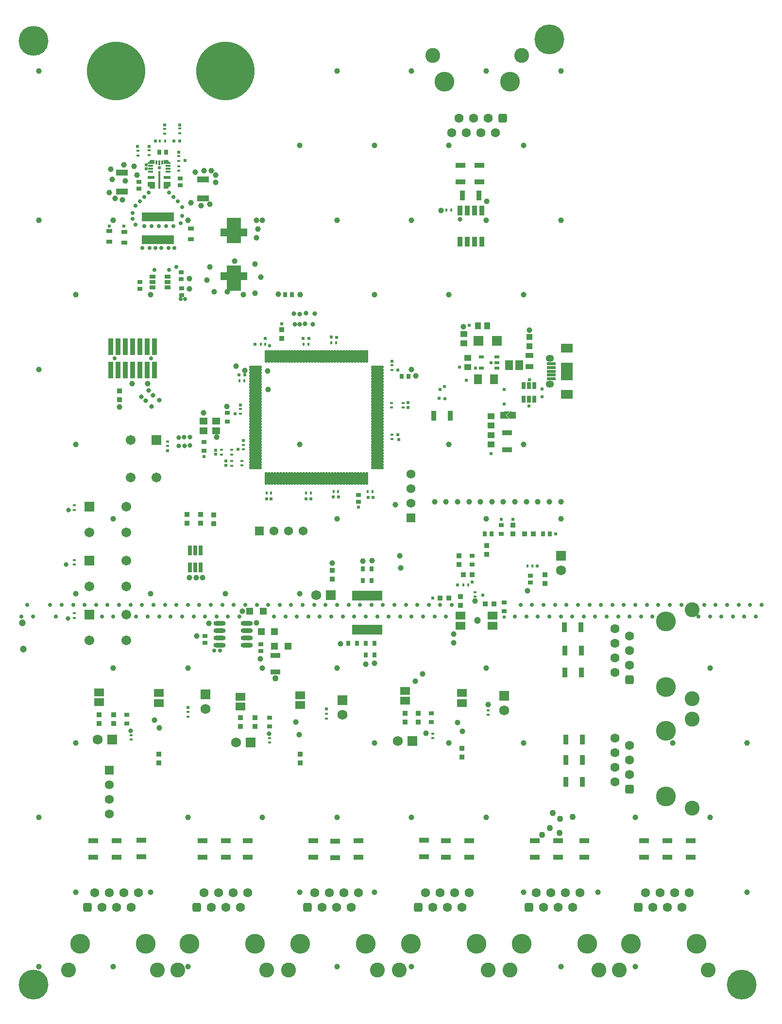
<source format=gts>
G04*
G04 #@! TF.GenerationSoftware,Altium Limited,Altium Designer,24.4.1 (13)*
G04*
G04 Layer_Color=8388736*
%FSLAX44Y44*%
%MOMM*%
G71*
G04*
G04 #@! TF.SameCoordinates,45E14481-76E1-4DB2-85C8-7C621F4D321E*
G04*
G04*
G04 #@! TF.FilePolarity,Negative*
G04*
G01*
G75*
%ADD27R,1.7000X0.9000*%
G04:AMPARAMS|DCode=28|XSize=1.1mm|YSize=0.6mm|CornerRadius=0.051mm|HoleSize=0mm|Usage=FLASHONLY|Rotation=180.000|XOffset=0mm|YOffset=0mm|HoleType=Round|Shape=RoundedRectangle|*
%AMROUNDEDRECTD28*
21,1,1.1000,0.4980,0,0,180.0*
21,1,0.9980,0.6000,0,0,180.0*
1,1,0.1020,-0.4990,0.2490*
1,1,0.1020,0.4990,0.2490*
1,1,0.1020,0.4990,-0.2490*
1,1,0.1020,-0.4990,-0.2490*
%
%ADD28ROUNDEDRECTD28*%
%ADD30R,0.5000X0.4000*%
%ADD31R,0.9121X0.9096*%
%ADD32R,1.1500X1.1500*%
%ADD39R,1.4500X0.9500*%
%ADD46R,0.4000X0.5000*%
%ADD47R,1.0500X0.8000*%
%ADD48R,2.0500X1.1000*%
%ADD49R,0.9000X0.7500*%
%ADD50R,0.9096X0.9121*%
%ADD52R,0.9000X1.7000*%
%ADD53R,0.9000X0.8000*%
%ADD54R,0.7500X0.9000*%
%ADD56R,0.8000X0.9000*%
%ADD58R,1.4000X1.2000*%
%ADD62C,2.4658*%
%ADD63R,0.4000X0.6000*%
%ADD64R,0.6000X0.4000*%
%ADD70R,0.6000X0.6000*%
%ADD71R,1.7032X1.7032*%
%ADD72R,0.7032X1.8032*%
%ADD73O,2.1032X0.8032*%
%ADD74R,1.2032X1.1032*%
%ADD75R,0.9652X0.6096*%
%ADD76R,1.4732X1.7272*%
%ADD77R,1.1032X1.2032*%
%ADD78R,1.0032X1.0032*%
%ADD79R,1.3532X1.6532*%
%ADD80R,0.8032X1.3032*%
%ADD81R,1.5532X0.6032*%
%ADD82R,2.1032X3.1032*%
%ADD83R,1.0160X1.2192*%
%ADD84O,0.5032X2.3032*%
%ADD85O,2.3032X0.5032*%
%ADD86R,1.6532X1.3532*%
%ADD87R,0.6532X1.6782*%
%ADD88R,0.8532X1.7282*%
%ADD89R,0.3516X0.3516*%
%ADD90R,0.9266X0.3516*%
%ADD91R,0.3516X0.9266*%
%ADD92R,0.9432X2.9932*%
%ADD93R,5.7032X1.6332*%
%ADD94R,1.1766X0.5016*%
%ADD95R,0.3516X0.7766*%
%ADD96R,0.4516X3.0766*%
%ADD97R,1.7532X1.7532*%
%ADD98C,1.7532*%
%ADD99R,1.7532X1.7532*%
%ADD100C,1.5700*%
%ADD101R,1.5700X1.5700*%
%ADD102R,2.1032X1.6032*%
%ADD103O,1.4532X1.2532*%
%ADD104C,2.6032*%
%ADD105C,3.4532*%
%ADD106C,1.6032*%
G04:AMPARAMS|DCode=107|XSize=1.6032mm|YSize=1.6032mm|CornerRadius=0.4516mm|HoleSize=0mm|Usage=FLASHONLY|Rotation=90.000|XOffset=0mm|YOffset=0mm|HoleType=Round|Shape=RoundedRectangle|*
%AMROUNDEDRECTD107*
21,1,1.6032,0.7000,0,0,90.0*
21,1,0.7000,1.6032,0,0,90.0*
1,1,0.9032,0.3500,0.3500*
1,1,0.9032,0.3500,-0.3500*
1,1,0.9032,-0.3500,-0.3500*
1,1,0.9032,-0.3500,0.3500*
%
%ADD107ROUNDEDRECTD107*%
G04:AMPARAMS|DCode=108|XSize=1.6032mm|YSize=1.6032mm|CornerRadius=0.4516mm|HoleSize=0mm|Usage=FLASHONLY|Rotation=0.000|XOffset=0mm|YOffset=0mm|HoleType=Round|Shape=RoundedRectangle|*
%AMROUNDEDRECTD108*
21,1,1.6032,0.7000,0,0,0.0*
21,1,0.7000,1.6032,0,0,0.0*
1,1,0.9032,0.3500,-0.3500*
1,1,0.9032,-0.3500,-0.3500*
1,1,0.9032,-0.3500,0.3500*
1,1,0.9032,0.3500,0.3500*
%
%ADD108ROUNDEDRECTD108*%
%ADD109R,1.5700X1.5700*%
%ADD110C,1.7032*%
%ADD111C,10.2064*%
%ADD112R,1.7032X1.7032*%
%ADD113C,0.7132*%
%ADD114C,0.7032*%
%ADD115C,1.0032*%
%ADD116C,0.6032*%
%ADD117C,1.2032*%
%ADD118C,1.1032*%
%ADD119C,0.8032*%
%ADD120C,5.2032*%
G36*
X277779Y1478968D02*
X277874Y1478939D01*
X277962Y1478892D01*
X278039Y1478829D01*
X278539Y1478329D01*
X278602Y1478252D01*
X278649Y1478164D01*
X278678Y1478069D01*
X278688Y1477970D01*
Y1475680D01*
X278890Y1475478D01*
X281180D01*
X281279Y1475468D01*
X281374Y1475439D01*
X281462Y1475392D01*
X281539Y1475329D01*
X282039Y1474829D01*
X282102Y1474752D01*
X282149Y1474664D01*
X282178Y1474569D01*
X282188Y1474470D01*
Y1473470D01*
X282178Y1473371D01*
X282149Y1473276D01*
X282102Y1473188D01*
X282039Y1473111D01*
X281539Y1472611D01*
X281462Y1472548D01*
X281374Y1472501D01*
X281279Y1472472D01*
X281180Y1472462D01*
X271180D01*
X271081Y1472472D01*
X270986Y1472501D01*
X270898Y1472548D01*
X270821Y1472611D01*
X270321Y1473111D01*
X270258Y1473188D01*
X270211Y1473276D01*
X270182Y1473371D01*
X270172Y1473470D01*
Y1477970D01*
X270182Y1478069D01*
X270211Y1478164D01*
X270258Y1478252D01*
X270321Y1478329D01*
X270821Y1478829D01*
X270898Y1478892D01*
X270986Y1478939D01*
X271081Y1478968D01*
X271180Y1478978D01*
X277680D01*
X277779Y1478968D01*
D02*
G37*
G36*
X253279D02*
X253374Y1478939D01*
X253462Y1478892D01*
X253539Y1478829D01*
X254039Y1478329D01*
X254102Y1478252D01*
X254149Y1478164D01*
X254178Y1478069D01*
X254188Y1477970D01*
Y1473470D01*
X254178Y1473371D01*
X254149Y1473276D01*
X254102Y1473188D01*
X254039Y1473111D01*
X253539Y1472611D01*
X253462Y1472548D01*
X253374Y1472501D01*
X253279Y1472472D01*
X253180Y1472462D01*
X243180D01*
X243081Y1472472D01*
X242986Y1472501D01*
X242898Y1472548D01*
X242821Y1472611D01*
X242321Y1473111D01*
X242258Y1473188D01*
X242211Y1473276D01*
X242182Y1473371D01*
X242172Y1473470D01*
Y1474470D01*
X242182Y1474569D01*
X242211Y1474664D01*
X242258Y1474752D01*
X242321Y1474829D01*
X242821Y1475329D01*
X242898Y1475392D01*
X242986Y1475439D01*
X243081Y1475468D01*
X243180Y1475478D01*
X245470D01*
X245672Y1475680D01*
Y1477970D01*
X245682Y1478069D01*
X245711Y1478164D01*
X245758Y1478252D01*
X245821Y1478329D01*
X246321Y1478829D01*
X246398Y1478892D01*
X246486Y1478939D01*
X246581Y1478968D01*
X246680Y1478978D01*
X253180D01*
X253279Y1478968D01*
D02*
G37*
G36*
X281279Y1440968D02*
X281374Y1440939D01*
X281462Y1440892D01*
X281539Y1440829D01*
X282039Y1440329D01*
X282102Y1440252D01*
X282149Y1440164D01*
X282178Y1440069D01*
X282188Y1439970D01*
Y1433470D01*
X282178Y1433371D01*
X282149Y1433276D01*
X282102Y1433188D01*
X282039Y1433111D01*
X281539Y1432611D01*
X281462Y1432548D01*
X281374Y1432501D01*
X281279Y1432472D01*
X281180Y1432462D01*
X278890D01*
X278688Y1432260D01*
Y1429970D01*
X278678Y1429871D01*
X278649Y1429776D01*
X278602Y1429688D01*
X278539Y1429611D01*
X278039Y1429111D01*
X277962Y1429048D01*
X277874Y1429001D01*
X277779Y1428972D01*
X277680Y1428962D01*
X270680D01*
X270581Y1428972D01*
X270486Y1429001D01*
X270398Y1429048D01*
X270321Y1429111D01*
X269821Y1429611D01*
X269758Y1429688D01*
X269711Y1429776D01*
X269682Y1429871D01*
X269672Y1429970D01*
Y1439970D01*
X269682Y1440069D01*
X269711Y1440164D01*
X269758Y1440252D01*
X269821Y1440329D01*
X270321Y1440829D01*
X270398Y1440892D01*
X270486Y1440939D01*
X270581Y1440968D01*
X270680Y1440978D01*
X281180D01*
X281279Y1440968D01*
D02*
G37*
G36*
X253779D02*
X253874Y1440939D01*
X253962Y1440892D01*
X254039Y1440829D01*
X254539Y1440329D01*
X254602Y1440252D01*
X254649Y1440164D01*
X254678Y1440069D01*
X254688Y1439970D01*
Y1429970D01*
X254678Y1429871D01*
X254649Y1429776D01*
X254602Y1429688D01*
X254539Y1429611D01*
X254039Y1429111D01*
X253962Y1429048D01*
X253874Y1429001D01*
X253779Y1428972D01*
X253680Y1428962D01*
X246680D01*
X246581Y1428972D01*
X246486Y1429001D01*
X246398Y1429048D01*
X246321Y1429111D01*
X245821Y1429611D01*
X245758Y1429688D01*
X245711Y1429776D01*
X245682Y1429871D01*
X245672Y1429970D01*
Y1432260D01*
X245470Y1432462D01*
X243180D01*
X243081Y1432472D01*
X242986Y1432501D01*
X242898Y1432548D01*
X242821Y1432611D01*
X242321Y1433111D01*
X242258Y1433188D01*
X242211Y1433276D01*
X242182Y1433371D01*
X242172Y1433470D01*
Y1439970D01*
X242182Y1440069D01*
X242211Y1440164D01*
X242258Y1440252D01*
X242321Y1440329D01*
X242821Y1440829D01*
X242898Y1440892D01*
X242986Y1440939D01*
X243081Y1440968D01*
X243180Y1440978D01*
X253680D01*
X253779Y1440968D01*
D02*
G37*
G36*
X404676Y1359458D02*
X415676D01*
Y1346458D01*
X404676D01*
Y1334458D01*
X379676D01*
Y1346458D01*
X368676D01*
Y1359458D01*
X379676D01*
Y1378458D01*
X404676D01*
Y1359458D01*
D02*
G37*
G36*
Y1283458D02*
X415676D01*
Y1270458D01*
X404676D01*
Y1251458D01*
X379676D01*
Y1270458D01*
X368676D01*
Y1283458D01*
X379676D01*
Y1295458D01*
X404676D01*
Y1283458D01*
D02*
G37*
G36*
X876300Y1029044D02*
X873760D01*
X867664Y1035140D01*
X873760Y1041236D01*
X876300D01*
Y1029044D01*
D02*
G37*
G36*
X867156Y1035140D02*
X873252Y1029044D01*
X863600D01*
Y1035140D01*
Y1041236D01*
X873252D01*
X867156Y1035140D01*
D02*
G37*
D27*
X464820Y616480D02*
D03*
Y587480D02*
D03*
X916940Y264900D02*
D03*
Y293900D02*
D03*
X957580Y264900D02*
D03*
Y293900D02*
D03*
X530860Y264900D02*
D03*
Y293900D02*
D03*
X868680Y974920D02*
D03*
Y1003920D02*
D03*
X1148080Y293900D02*
D03*
X762000D02*
D03*
X568960Y293160D02*
D03*
X378460Y293900D02*
D03*
X187960D02*
D03*
X1188720D02*
D03*
X1003300D02*
D03*
X802640D02*
D03*
X609600D02*
D03*
X416560D02*
D03*
X231140Y294640D02*
D03*
X1107440Y293900D02*
D03*
X723900Y294640D02*
D03*
X337820Y293900D02*
D03*
X147320D02*
D03*
X820420Y1440920D02*
D03*
Y1469920D02*
D03*
X787400D02*
D03*
Y1440920D02*
D03*
X1107440Y264900D02*
D03*
X1148080D02*
D03*
X1188720D02*
D03*
X1003300D02*
D03*
X723900Y265640D02*
D03*
X762000Y264900D02*
D03*
X802640D02*
D03*
X568960Y264160D02*
D03*
X609600Y264900D02*
D03*
X337820D02*
D03*
X378460D02*
D03*
X416560D02*
D03*
X147320D02*
D03*
X187960D02*
D03*
X231140Y265640D02*
D03*
D28*
X250398Y1257452D02*
D03*
Y1266952D02*
D03*
Y1276452D02*
D03*
X276398D02*
D03*
Y1266952D02*
D03*
Y1257452D02*
D03*
D30*
X812800Y726820D02*
D03*
Y718820D02*
D03*
X668020Y1113600D02*
D03*
Y1121600D02*
D03*
X406400Y947420D02*
D03*
Y955420D02*
D03*
X388620Y947040D02*
D03*
Y955040D02*
D03*
X312420Y518160D02*
D03*
X213360Y477900D02*
D03*
X739140Y480440D02*
D03*
X835660Y521080D02*
D03*
X454660Y472820D02*
D03*
X553720Y514540D02*
D03*
X835660Y513080D02*
D03*
X454660Y464820D02*
D03*
X739140Y472440D02*
D03*
X553720Y506540D02*
D03*
X312420Y510160D02*
D03*
X213360Y469900D02*
D03*
X114300Y877760D02*
D03*
Y869760D02*
D03*
Y782700D02*
D03*
Y774700D02*
D03*
Y689800D02*
D03*
Y681800D02*
D03*
X276609Y989267D02*
D03*
Y981267D02*
D03*
X408940Y975360D02*
D03*
Y983360D02*
D03*
X403860Y1037400D02*
D03*
Y1045400D02*
D03*
X687100Y1056280D02*
D03*
Y1048280D02*
D03*
X667100Y1056280D02*
D03*
Y1048280D02*
D03*
X388620Y966280D02*
D03*
Y974280D02*
D03*
X370840Y966280D02*
D03*
Y974280D02*
D03*
X668020Y1001140D02*
D03*
Y993140D02*
D03*
X295910Y1485772D02*
D03*
X298196Y1534032D02*
D03*
X295910Y1477772D02*
D03*
X298196Y1526032D02*
D03*
X296418Y1460500D02*
D03*
Y1468500D02*
D03*
D31*
X261620Y429367D02*
D03*
Y444393D02*
D03*
X563880Y764433D02*
D03*
Y749408D02*
D03*
X787400Y718712D02*
D03*
Y703688D02*
D03*
X784860Y789833D02*
D03*
Y774808D02*
D03*
X934720Y756813D02*
D03*
Y741787D02*
D03*
X833040Y807720D02*
D03*
Y792695D02*
D03*
X878760Y828148D02*
D03*
Y843173D02*
D03*
X789940Y439528D02*
D03*
Y454552D02*
D03*
X713740Y515513D02*
D03*
Y500488D02*
D03*
X690880Y515513D02*
D03*
Y500488D02*
D03*
X508000Y429367D02*
D03*
Y444393D02*
D03*
X429260Y507892D02*
D03*
Y492868D02*
D03*
X403860Y507785D02*
D03*
Y492760D02*
D03*
X157480Y497948D02*
D03*
Y512972D02*
D03*
X182880Y497840D02*
D03*
Y512865D02*
D03*
X475780Y1183475D02*
D03*
Y1168450D02*
D03*
X310388Y846944D02*
D03*
Y861969D02*
D03*
X334518Y846836D02*
D03*
Y861861D02*
D03*
X357632Y846181D02*
D03*
Y861207D02*
D03*
X193040Y1076745D02*
D03*
Y1061720D02*
D03*
D32*
X443550Y693420D02*
D03*
X420050D02*
D03*
X486730Y632460D02*
D03*
X463230D02*
D03*
X463362Y658114D02*
D03*
X439862D02*
D03*
D39*
X907436Y1119602D02*
D03*
Y1139102D02*
D03*
D46*
X570420Y1160780D02*
D03*
X562420D02*
D03*
X522160Y1158240D02*
D03*
X514160D02*
D03*
X771080Y1391920D02*
D03*
X763080D02*
D03*
X792480Y739140D02*
D03*
X800480D02*
D03*
X912240Y772160D02*
D03*
X904240D02*
D03*
X574040Y901700D02*
D03*
X566040D02*
D03*
X410400Y1094740D02*
D03*
X402400D02*
D03*
X447040Y1158240D02*
D03*
X439040D02*
D03*
X457200Y899160D02*
D03*
X449200D02*
D03*
X526160D02*
D03*
X518160D02*
D03*
X625920Y901700D02*
D03*
X633920D02*
D03*
D47*
X175260Y1336950D02*
D03*
Y1355450D02*
D03*
X201676Y1335680D02*
D03*
Y1354180D02*
D03*
X317500Y1359620D02*
D03*
Y1341120D02*
D03*
D48*
X338328Y1445758D02*
D03*
Y1412758D02*
D03*
X197104Y1424432D02*
D03*
Y1457432D02*
D03*
D49*
X439420Y623824D02*
D03*
Y635824D02*
D03*
X341884Y638556D02*
D03*
Y650556D02*
D03*
X909320Y755300D02*
D03*
Y743300D02*
D03*
X301498Y1243584D02*
D03*
X609600Y895920D02*
D03*
Y883920D02*
D03*
X228346Y1266506D02*
D03*
Y1254506D02*
D03*
X301498Y1255584D02*
D03*
X300228Y1283620D02*
D03*
Y1271620D02*
D03*
X298450Y1435292D02*
D03*
X227076Y1429512D02*
D03*
Y1441512D02*
D03*
X298450Y1447292D02*
D03*
D50*
X914212Y828040D02*
D03*
X899187D02*
D03*
X767080Y716280D02*
D03*
X752055D02*
D03*
X830687Y706120D02*
D03*
X845713D02*
D03*
X807720Y756920D02*
D03*
X792695D02*
D03*
D52*
X998220Y625142D02*
D03*
X969220D02*
D03*
X1000020Y469900D02*
D03*
X971020D02*
D03*
X1000020Y434340D02*
D03*
X971020D02*
D03*
X1000020Y396240D02*
D03*
X971020D02*
D03*
X998220Y586740D02*
D03*
X969220D02*
D03*
X997480Y665480D02*
D03*
X968480D02*
D03*
X740620Y1033780D02*
D03*
X769620D02*
D03*
X819680Y1417320D02*
D03*
X790680D02*
D03*
D53*
X863600Y693540D02*
D03*
Y708540D02*
D03*
X807720Y789940D02*
D03*
Y774940D02*
D03*
X858440Y828160D02*
D03*
Y843160D02*
D03*
X454660Y492760D02*
D03*
Y507760D02*
D03*
X736600Y515380D02*
D03*
Y500380D02*
D03*
X205740Y512960D02*
D03*
Y497960D02*
D03*
X381000Y1023620D02*
D03*
Y1038620D02*
D03*
X340360Y987940D02*
D03*
Y972940D02*
D03*
D54*
X829580Y828040D02*
D03*
X841580D02*
D03*
X943180D02*
D03*
X931180D02*
D03*
X684880Y1102360D02*
D03*
X696880D02*
D03*
X262089Y1492465D02*
D03*
X493680Y1244600D02*
D03*
X481680D02*
D03*
X274089Y1492465D02*
D03*
D56*
X607060Y637540D02*
D03*
X592060D02*
D03*
X637420D02*
D03*
Y617220D02*
D03*
X622420Y637540D02*
D03*
Y617220D02*
D03*
X632460Y767080D02*
D03*
X617460D02*
D03*
X632340Y746760D02*
D03*
X617340D02*
D03*
D58*
X339520Y1007500D02*
D03*
X361520D02*
D03*
Y1024500D02*
D03*
X339520D02*
D03*
D62*
X392051Y1352333D02*
D03*
Y1277583D02*
D03*
D63*
X263542Y1512316D02*
D03*
X272542D02*
D03*
D64*
X244856Y1496314D02*
D03*
X271780Y1533834D02*
D03*
X224790Y1495734D02*
D03*
Y1486734D02*
D03*
X244856Y1487314D02*
D03*
X271780Y1524834D02*
D03*
D70*
X298028Y1512316D02*
D03*
X287528D02*
D03*
D71*
X850900Y1164680D02*
D03*
X818900D02*
D03*
X140220Y875940D02*
D03*
Y781960D02*
D03*
Y687980D02*
D03*
D72*
X325120Y770110D02*
D03*
X316120Y799610D02*
D03*
X325120D02*
D03*
X334120D02*
D03*
Y770110D02*
D03*
X316120D02*
D03*
D73*
X367406Y646938D02*
D03*
X414406Y659638D02*
D03*
Y634238D02*
D03*
X367406Y672338D02*
D03*
Y634238D02*
D03*
Y659638D02*
D03*
X414406Y646938D02*
D03*
Y672338D02*
D03*
D74*
X793136Y1160242D02*
D03*
Y1176242D02*
D03*
X800100Y1118580D02*
D03*
Y1134580D02*
D03*
X840740Y1033360D02*
D03*
Y1017360D02*
D03*
Y999960D02*
D03*
Y983960D02*
D03*
D75*
X850900Y1117080D02*
D03*
Y1136080D02*
D03*
Y1126580D02*
D03*
X823900Y1136080D02*
D03*
Y1117080D02*
D03*
D76*
X817880Y1097280D02*
D03*
X845820D02*
D03*
D77*
X818156Y1190722D02*
D03*
X834156D02*
D03*
D78*
X907436Y1171162D02*
D03*
Y1155162D02*
D03*
D79*
X889656Y1122142D02*
D03*
X872156D02*
D03*
D80*
X897280Y1062420D02*
D03*
X906780D02*
D03*
X916280D02*
D03*
Y1086420D02*
D03*
X906780D02*
D03*
X897280D02*
D03*
D81*
X946070Y1111340D02*
D03*
Y1117840D02*
D03*
Y1098340D02*
D03*
Y1104840D02*
D03*
Y1124340D02*
D03*
D82*
X972820Y1111340D02*
D03*
D83*
X878840Y1035140D02*
D03*
X861695D02*
D03*
D84*
X448948Y1136986D02*
D03*
X453948D02*
D03*
X458948D02*
D03*
X463948D02*
D03*
X468948D02*
D03*
X473948D02*
D03*
X478948D02*
D03*
X483948D02*
D03*
X488948D02*
D03*
X493948D02*
D03*
X498948D02*
D03*
X503948D02*
D03*
X508948D02*
D03*
X513948D02*
D03*
X518948D02*
D03*
X523948D02*
D03*
X528948D02*
D03*
X533948D02*
D03*
X538948D02*
D03*
X543948D02*
D03*
X548948D02*
D03*
X553948D02*
D03*
X558948D02*
D03*
X563948D02*
D03*
X568948D02*
D03*
X573948D02*
D03*
X578948D02*
D03*
X583948D02*
D03*
X588948D02*
D03*
X593948D02*
D03*
X598948D02*
D03*
X603948D02*
D03*
X608948D02*
D03*
X613948D02*
D03*
X618948D02*
D03*
X623948D02*
D03*
Y924986D02*
D03*
X618948D02*
D03*
X613948D02*
D03*
X608948D02*
D03*
X603948D02*
D03*
X598948D02*
D03*
X593948D02*
D03*
X588948D02*
D03*
X583948D02*
D03*
X578948D02*
D03*
X573948D02*
D03*
X568948D02*
D03*
X563948D02*
D03*
X558948D02*
D03*
X553948D02*
D03*
X548948D02*
D03*
X543948D02*
D03*
X538948D02*
D03*
X533948D02*
D03*
X528948D02*
D03*
X523948D02*
D03*
X518948D02*
D03*
X513948D02*
D03*
X508948D02*
D03*
X503948D02*
D03*
X498948D02*
D03*
X493948D02*
D03*
X488948D02*
D03*
X483948D02*
D03*
X478948D02*
D03*
X473948D02*
D03*
X468948D02*
D03*
X463948D02*
D03*
X458948D02*
D03*
X453948D02*
D03*
X448948D02*
D03*
D85*
X642448Y1118486D02*
D03*
Y1113486D02*
D03*
Y1108486D02*
D03*
Y1103486D02*
D03*
Y1098486D02*
D03*
Y1093486D02*
D03*
Y1088486D02*
D03*
Y1083486D02*
D03*
Y1078486D02*
D03*
Y1073486D02*
D03*
Y1068486D02*
D03*
Y1063486D02*
D03*
Y1058486D02*
D03*
Y1053486D02*
D03*
Y1048486D02*
D03*
Y1043486D02*
D03*
Y1038486D02*
D03*
Y1033486D02*
D03*
Y1028486D02*
D03*
Y1023486D02*
D03*
Y1018486D02*
D03*
Y1013486D02*
D03*
Y1008486D02*
D03*
Y1003486D02*
D03*
Y998486D02*
D03*
Y993486D02*
D03*
Y988486D02*
D03*
Y983486D02*
D03*
Y978486D02*
D03*
Y973486D02*
D03*
Y968486D02*
D03*
Y963486D02*
D03*
Y958486D02*
D03*
Y953486D02*
D03*
Y948486D02*
D03*
Y943486D02*
D03*
X430448D02*
D03*
Y948486D02*
D03*
Y953486D02*
D03*
Y958486D02*
D03*
Y963486D02*
D03*
Y968486D02*
D03*
Y973486D02*
D03*
Y978486D02*
D03*
Y983486D02*
D03*
Y988486D02*
D03*
Y993486D02*
D03*
Y998486D02*
D03*
Y1003486D02*
D03*
Y1008486D02*
D03*
Y1013486D02*
D03*
Y1018486D02*
D03*
Y1023486D02*
D03*
Y1028486D02*
D03*
Y1033486D02*
D03*
Y1038486D02*
D03*
Y1043486D02*
D03*
Y1048486D02*
D03*
Y1053486D02*
D03*
Y1058486D02*
D03*
Y1063486D02*
D03*
Y1068486D02*
D03*
Y1073486D02*
D03*
Y1078486D02*
D03*
Y1083486D02*
D03*
Y1088486D02*
D03*
Y1093486D02*
D03*
Y1098486D02*
D03*
Y1103486D02*
D03*
Y1108486D02*
D03*
Y1113486D02*
D03*
Y1118486D02*
D03*
D86*
X843280Y668020D02*
D03*
Y685520D02*
D03*
X787400Y668300D02*
D03*
Y685800D02*
D03*
X690880Y554850D02*
D03*
X403860Y544690D02*
D03*
X157480Y552310D02*
D03*
X789940Y551180D02*
D03*
Y533680D02*
D03*
X690880Y537350D02*
D03*
X403860Y527190D02*
D03*
X508000Y547230D02*
D03*
Y529730D02*
D03*
X261620Y533680D02*
D03*
Y551180D02*
D03*
X157480Y534810D02*
D03*
D87*
X615090Y661500D02*
D03*
X634590D02*
D03*
X628090D02*
D03*
X621590D02*
D03*
X647590D02*
D03*
X608590D02*
D03*
X602090Y720260D02*
D03*
X608590D02*
D03*
X615090D02*
D03*
X621590D02*
D03*
X628090D02*
D03*
X634590D02*
D03*
X641090D02*
D03*
X647590D02*
D03*
X641090Y661500D02*
D03*
X602090D02*
D03*
D88*
X786130Y1336860D02*
D03*
X798830D02*
D03*
X811530D02*
D03*
X824230D02*
D03*
Y1391100D02*
D03*
X811530D02*
D03*
X798830D02*
D03*
X786130D02*
D03*
D89*
X248430Y1434970D02*
D03*
X275930D02*
D03*
X276180Y1475720D02*
D03*
X248180D02*
D03*
D90*
X246800Y1464220D02*
D03*
Y1469220D02*
D03*
X277560D02*
D03*
Y1459220D02*
D03*
Y1464220D02*
D03*
X246800Y1459220D02*
D03*
D91*
X262180Y1474350D02*
D03*
D92*
X203344Y1113729D02*
D03*
X216044D02*
D03*
X241444D02*
D03*
X177944D02*
D03*
Y1154429D02*
D03*
X190644Y1113729D02*
D03*
Y1154429D02*
D03*
X203344D02*
D03*
X216044D02*
D03*
X228744Y1113729D02*
D03*
Y1154429D02*
D03*
X241444D02*
D03*
X254144Y1113729D02*
D03*
Y1154429D02*
D03*
D93*
X259588Y1340104D02*
D03*
Y1380504D02*
D03*
D94*
X276310Y1448470D02*
D03*
X248050D02*
D03*
D95*
X267180Y1475100D02*
D03*
X257180D02*
D03*
D96*
X262180Y1444340D02*
D03*
D97*
X962660Y789940D02*
D03*
X863600Y546100D02*
D03*
X581660Y538480D02*
D03*
X342900Y548640D02*
D03*
D98*
X962660Y764540D02*
D03*
X535940Y721360D02*
D03*
X154940Y469900D02*
D03*
X678180Y467360D02*
D03*
X396240Y464820D02*
D03*
X863600Y520700D02*
D03*
X581660Y513080D02*
D03*
X342900Y523240D02*
D03*
D99*
X561340Y721360D02*
D03*
X421640Y464820D02*
D03*
X703580Y467360D02*
D03*
X180340Y469900D02*
D03*
D100*
X701040Y932180D02*
D03*
Y906780D02*
D03*
Y881380D02*
D03*
X175260Y340360D02*
D03*
Y365760D02*
D03*
Y391160D02*
D03*
X462280Y833120D02*
D03*
X487680D02*
D03*
X513080D02*
D03*
D101*
X701040Y855980D02*
D03*
X175260Y416560D02*
D03*
D102*
X972820Y1151340D02*
D03*
Y1071340D02*
D03*
D103*
X942820Y1089090D02*
D03*
Y1133590D02*
D03*
D104*
X1191240Y350490D02*
D03*
Y505490D02*
D03*
X1191260Y540960D02*
D03*
Y695960D02*
D03*
X104140Y68580D02*
D03*
X259140D02*
D03*
X1219260D02*
D03*
X1064260D02*
D03*
X1028760D02*
D03*
X873760D02*
D03*
X835690Y68600D02*
D03*
X680690D02*
D03*
X642680Y68580D02*
D03*
X487680D02*
D03*
X449610Y68600D02*
D03*
X294610D02*
D03*
X894110Y1661140D02*
D03*
X739110D02*
D03*
D105*
X1145540Y370840D02*
D03*
Y485140D02*
D03*
X1145560Y561310D02*
D03*
Y675610D02*
D03*
X124490Y114280D02*
D03*
X238790D02*
D03*
X873760Y1615440D02*
D03*
X759460D02*
D03*
X1198910Y114280D02*
D03*
X1084610D02*
D03*
X1008410D02*
D03*
X894110D02*
D03*
X815340Y114300D02*
D03*
X701040D02*
D03*
X622330Y114280D02*
D03*
X508030D02*
D03*
X429260Y114300D02*
D03*
X314960D02*
D03*
D106*
X1082040Y434340D02*
D03*
X1056640Y396240D02*
D03*
Y472440D02*
D03*
Y421640D02*
D03*
Y447040D02*
D03*
X1082040Y408940D02*
D03*
Y459740D02*
D03*
X1082060Y624810D02*
D03*
X1056660Y586710D02*
D03*
Y662910D02*
D03*
Y612110D02*
D03*
Y637510D02*
D03*
X1082060Y599410D02*
D03*
Y650210D02*
D03*
X187990Y177780D02*
D03*
X149890Y203180D02*
D03*
X226090D02*
D03*
X175290D02*
D03*
X200690D02*
D03*
X162590Y177780D02*
D03*
X213390D02*
D03*
X1173510D02*
D03*
X1122710D02*
D03*
X1160810Y203180D02*
D03*
X1135410D02*
D03*
X983010Y177780D02*
D03*
X932210D02*
D03*
X970310Y203180D02*
D03*
X944910D02*
D03*
X789940Y177800D02*
D03*
X739140D02*
D03*
X777240Y203200D02*
D03*
X751840D02*
D03*
X596930Y177780D02*
D03*
X546130D02*
D03*
X584230Y203180D02*
D03*
X558830D02*
D03*
X403860Y177800D02*
D03*
X353060D02*
D03*
X391160Y203200D02*
D03*
X365760D02*
D03*
X810260Y1551940D02*
D03*
X822960Y1526540D02*
D03*
X797560D02*
D03*
X835660Y1551940D02*
D03*
X784860D02*
D03*
X848360Y1526540D02*
D03*
X772160D02*
D03*
X1186210Y203180D02*
D03*
X1110010D02*
D03*
X1148110Y177780D02*
D03*
X995710Y203180D02*
D03*
X919510D02*
D03*
X957610Y177780D02*
D03*
X802640Y203200D02*
D03*
X726440D02*
D03*
X764540Y177800D02*
D03*
X609630Y203180D02*
D03*
X533430D02*
D03*
X571530Y177780D02*
D03*
X416560Y203200D02*
D03*
X340360D02*
D03*
X378460Y177800D02*
D03*
D107*
X1082040Y383540D02*
D03*
X1082060Y574010D02*
D03*
D108*
X137190Y177780D02*
D03*
X1097310D02*
D03*
X906810D02*
D03*
X713740Y177800D02*
D03*
X520730Y177780D02*
D03*
X327660Y177800D02*
D03*
X861060Y1551940D02*
D03*
D109*
X436880Y833120D02*
D03*
D110*
X140220Y830940D02*
D03*
X205220D02*
D03*
Y875940D02*
D03*
X140220Y736960D02*
D03*
X205220D02*
D03*
Y781960D02*
D03*
X140220Y642980D02*
D03*
X205220D02*
D03*
Y687980D02*
D03*
X212120Y926680D02*
D03*
X257120D02*
D03*
X212120Y991680D02*
D03*
D111*
X377430Y1634340D02*
D03*
X186930D02*
D03*
D112*
X257120Y991680D02*
D03*
D113*
X184294Y1134079D02*
D03*
X247794D02*
D03*
D114*
X254000Y1287780D02*
D03*
X292100Y1292860D02*
D03*
X368300Y624840D02*
D03*
X358140D02*
D03*
X1312181Y704341D02*
D03*
X1302181Y684341D02*
D03*
X1292181Y704341D02*
D03*
X1282181Y684341D02*
D03*
X1272181Y704341D02*
D03*
X1262181Y684341D02*
D03*
X1252181Y704341D02*
D03*
X1242181Y684341D02*
D03*
X1232181Y704341D02*
D03*
X1222181Y684341D02*
D03*
X1212181Y704341D02*
D03*
X1202181Y684341D02*
D03*
X1172181Y704341D02*
D03*
X1152181D02*
D03*
X1132181D02*
D03*
X1122181Y684341D02*
D03*
X1112181Y704341D02*
D03*
X1102181Y684341D02*
D03*
X1092181Y704341D02*
D03*
X1082181Y684341D02*
D03*
X1072181Y704341D02*
D03*
X1062181Y684341D02*
D03*
X1052181Y704341D02*
D03*
X1042181Y684341D02*
D03*
X1032181Y704341D02*
D03*
X1022181Y684341D02*
D03*
X1012181Y704341D02*
D03*
X1002181Y684341D02*
D03*
X992181Y704341D02*
D03*
X982181Y684341D02*
D03*
X972181Y704341D02*
D03*
X962181Y684341D02*
D03*
X952181Y704341D02*
D03*
X942181Y684341D02*
D03*
X932181Y704341D02*
D03*
X922181Y684341D02*
D03*
X912181Y704341D02*
D03*
X902181Y684341D02*
D03*
X892181Y704341D02*
D03*
X882181Y684341D02*
D03*
X772181Y704341D02*
D03*
X762181Y684341D02*
D03*
X752181Y704341D02*
D03*
X742181Y684341D02*
D03*
X732181Y704341D02*
D03*
X722181Y684341D02*
D03*
X712181Y704341D02*
D03*
X702181Y684341D02*
D03*
X692181Y704341D02*
D03*
X682181Y684341D02*
D03*
X672180Y704341D02*
D03*
X662180Y684341D02*
D03*
X652180Y704341D02*
D03*
X642180Y684341D02*
D03*
X632180Y704341D02*
D03*
X622180Y684341D02*
D03*
X612180Y704341D02*
D03*
X602180Y684341D02*
D03*
X592180Y704341D02*
D03*
X582180Y684341D02*
D03*
X572180Y704341D02*
D03*
X562180Y684341D02*
D03*
X552180Y704341D02*
D03*
X542180Y684341D02*
D03*
X532180Y704341D02*
D03*
X522180Y684341D02*
D03*
X512180Y704341D02*
D03*
X502180Y684341D02*
D03*
X492180Y704341D02*
D03*
X482180Y684341D02*
D03*
X472180Y704341D02*
D03*
X462180Y684341D02*
D03*
X452180Y704341D02*
D03*
X432180D02*
D03*
X412180D02*
D03*
X402180Y684341D02*
D03*
X392180Y704341D02*
D03*
X382180Y684341D02*
D03*
X372180Y704341D02*
D03*
X362180Y684341D02*
D03*
X352180Y704341D02*
D03*
X342180Y684341D02*
D03*
X332180Y704341D02*
D03*
X322180Y684341D02*
D03*
X312180Y704341D02*
D03*
X302180Y684341D02*
D03*
X292180Y704341D02*
D03*
X282180Y684341D02*
D03*
X272180Y704341D02*
D03*
X262180Y684341D02*
D03*
X252180Y704341D02*
D03*
X242180Y684341D02*
D03*
X232180Y704341D02*
D03*
X222180Y684341D02*
D03*
X212180Y704341D02*
D03*
X192180D02*
D03*
X182180Y684341D02*
D03*
X172180Y704341D02*
D03*
X162180Y684341D02*
D03*
X152180Y704341D02*
D03*
X132180D02*
D03*
X112180D02*
D03*
X92180D02*
D03*
X82180Y684341D02*
D03*
X72180Y704341D02*
D03*
X42180Y684341D02*
D03*
X32180Y704341D02*
D03*
X22180Y684341D02*
D03*
X299720Y1236980D02*
D03*
X307340D02*
D03*
X279400Y1287780D02*
D03*
X288377Y1326038D02*
D03*
X278217D02*
D03*
X265517D02*
D03*
X255357D02*
D03*
X245197D02*
D03*
X232497D02*
D03*
X287020Y1414780D02*
D03*
X279400Y1422400D02*
D03*
X294640Y1407160D02*
D03*
X302260Y1397000D02*
D03*
Y1381760D02*
D03*
X299720Y1369060D02*
D03*
X287020Y1363980D02*
D03*
X274320D02*
D03*
X261620D02*
D03*
X248920D02*
D03*
X236220D02*
D03*
X220980Y1366520D02*
D03*
X215900Y1376680D02*
D03*
Y1386840D02*
D03*
X220980Y1399540D02*
D03*
X228600Y1407160D02*
D03*
X236220Y1414780D02*
D03*
X243840Y1422400D02*
D03*
D115*
X1222180Y594340D02*
D03*
X1287180Y464340D02*
D03*
X1222180Y334340D02*
D03*
X1287180Y204340D02*
D03*
X1157180Y464340D02*
D03*
X1092180Y334340D02*
D03*
Y74340D02*
D03*
X962180Y1634340D02*
D03*
Y1374340D02*
D03*
Y854340D02*
D03*
X1027180Y204340D02*
D03*
X962180Y74340D02*
D03*
X832180Y1634340D02*
D03*
X897180Y1504340D02*
D03*
X832180Y1374340D02*
D03*
X897180Y1244340D02*
D03*
Y984340D02*
D03*
X832180Y854340D02*
D03*
Y594340D02*
D03*
X897180Y464340D02*
D03*
X832180Y334340D02*
D03*
X897180Y204340D02*
D03*
X702180Y1634340D02*
D03*
X767180Y1504340D02*
D03*
X702180Y1374340D02*
D03*
X767180Y1244340D02*
D03*
X702180Y1114340D02*
D03*
X767180Y984340D02*
D03*
Y464340D02*
D03*
X702180Y334340D02*
D03*
Y74340D02*
D03*
X572180Y1634340D02*
D03*
X637180Y1504340D02*
D03*
X572180Y1374340D02*
D03*
X637180Y1244340D02*
D03*
X572180Y854340D02*
D03*
Y594340D02*
D03*
X637180Y464340D02*
D03*
X572180Y334340D02*
D03*
X637180Y204340D02*
D03*
X572180Y74340D02*
D03*
X507180Y1504340D02*
D03*
X442180Y1374340D02*
D03*
X507180Y984340D02*
D03*
Y724340D02*
D03*
X442180Y594340D02*
D03*
Y334340D02*
D03*
X507180Y204340D02*
D03*
X312180Y1374340D02*
D03*
X377180Y724340D02*
D03*
X312180Y594340D02*
D03*
Y334340D02*
D03*
Y74340D02*
D03*
X182180Y1374340D02*
D03*
X247180Y1244340D02*
D03*
X182180Y854340D02*
D03*
X247180Y724340D02*
D03*
X182180Y594340D02*
D03*
X247180Y204340D02*
D03*
X182180Y74340D02*
D03*
X52180Y1634340D02*
D03*
Y1374340D02*
D03*
X117180Y1244340D02*
D03*
X52180Y1114340D02*
D03*
X117180Y984340D02*
D03*
Y724340D02*
D03*
Y464340D02*
D03*
X52180Y334340D02*
D03*
X117180Y204340D02*
D03*
X52180Y74340D02*
D03*
X962181Y884341D02*
D03*
X942181D02*
D03*
X922181D02*
D03*
X902181D02*
D03*
X882181D02*
D03*
X862181D02*
D03*
X842181D02*
D03*
X822181D02*
D03*
X802181D02*
D03*
X782181D02*
D03*
X762181D02*
D03*
X742181D02*
D03*
X350520Y1402080D02*
D03*
X360680Y1452880D02*
D03*
X327660Y650240D02*
D03*
X314960Y751840D02*
D03*
X326446Y752206D02*
D03*
X337820Y751840D02*
D03*
X812800Y711200D02*
D03*
X904240Y728980D02*
D03*
X775692Y653464D02*
D03*
X775368Y638130D02*
D03*
X721360Y584200D02*
D03*
X708660Y571500D02*
D03*
X262050Y490175D02*
D03*
X254017Y504011D02*
D03*
X506518Y478424D02*
D03*
X500380Y500380D02*
D03*
X790742Y484295D02*
D03*
X782420Y500063D02*
D03*
X835660Y530860D02*
D03*
X727006Y480985D02*
D03*
X407170Y693846D02*
D03*
X438661Y610915D02*
D03*
X431697Y673183D02*
D03*
X348441Y672197D02*
D03*
X563880Y777240D02*
D03*
X683124Y768931D02*
D03*
X681595Y790348D02*
D03*
X673475Y879315D02*
D03*
X616808Y780458D02*
D03*
X633117Y781400D02*
D03*
X578115Y637182D02*
D03*
X622416Y601220D02*
D03*
X637635Y603201D02*
D03*
X396240Y1120140D02*
D03*
X451002Y1111687D02*
D03*
X411480Y1112520D02*
D03*
X452120Y1079500D02*
D03*
X241859Y1089913D02*
D03*
X214839Y1089591D02*
D03*
X193040Y1049020D02*
D03*
X792480Y1188720D02*
D03*
X907436Y1183102D02*
D03*
X709446Y1103462D02*
D03*
X380188Y1049631D02*
D03*
X339463Y1039015D02*
D03*
X362238Y996650D02*
D03*
X833120Y1407160D02*
D03*
X753463Y1391406D02*
D03*
X469780Y1245179D02*
D03*
X507981Y1244987D02*
D03*
X431800Y1343660D02*
D03*
X434340Y1358900D02*
D03*
X431800Y1374140D02*
D03*
X314960Y1272540D02*
D03*
Y1254760D02*
D03*
X335280Y1399540D02*
D03*
X317500Y1404620D02*
D03*
X198120Y1409700D02*
D03*
X185420Y1412240D02*
D03*
X175260Y1422400D02*
D03*
X408940Y1244600D02*
D03*
X393700Y1303020D02*
D03*
X429260Y1297940D02*
D03*
X439420Y1275080D02*
D03*
X429260Y1247140D02*
D03*
X381000Y1249680D02*
D03*
X350520Y1292860D02*
D03*
X345440Y1270000D02*
D03*
X358140Y1249680D02*
D03*
X360680Y1440180D02*
D03*
X353060Y1460500D02*
D03*
X340360D02*
D03*
X325120Y1457960D02*
D03*
X223520Y1452880D02*
D03*
X218440Y1468120D02*
D03*
X203200Y1442720D02*
D03*
X200660Y1470660D02*
D03*
X177800Y1463040D02*
D03*
X180340Y1445260D02*
D03*
D116*
X239628Y1464303D02*
D03*
X929726Y1080433D02*
D03*
X929640Y1066800D02*
D03*
X863600Y1079500D02*
D03*
X276860Y972820D02*
D03*
X749807Y1064072D02*
D03*
X759460Y1084580D02*
D03*
X751840Y1079500D02*
D03*
X760330Y1063485D02*
D03*
X802640Y1191260D02*
D03*
X224659Y1502596D02*
D03*
X307340Y1478280D02*
D03*
X826143Y721883D02*
D03*
X807730Y744490D02*
D03*
X863740Y683375D02*
D03*
X921313Y771902D02*
D03*
X952968Y827758D02*
D03*
X878840Y853440D02*
D03*
X858520D02*
D03*
X739140Y716280D02*
D03*
X782320Y739140D02*
D03*
X553720Y523240D02*
D03*
X312420Y525780D02*
D03*
X785997Y1118746D02*
D03*
X813872Y1116942D02*
D03*
X797445Y1096096D02*
D03*
X840518Y1126289D02*
D03*
X840740Y967740D02*
D03*
X863600Y1054100D02*
D03*
X907234Y1096349D02*
D03*
X907109Y1051002D02*
D03*
X411480Y1104900D02*
D03*
X401320D02*
D03*
X678278Y1113313D02*
D03*
X668096Y1128638D02*
D03*
X678180Y1000760D02*
D03*
X679489Y992575D02*
D03*
X695969Y1048526D02*
D03*
X695960Y1056640D02*
D03*
X340187Y962965D02*
D03*
X454331Y1155917D02*
D03*
X447261Y1168482D02*
D03*
X429260Y1158240D02*
D03*
X562359Y1170725D02*
D03*
X571036Y1170105D02*
D03*
X394214Y1037578D02*
D03*
X403626Y1052688D02*
D03*
X399374Y975395D02*
D03*
X360387Y966638D02*
D03*
X378460Y955040D02*
D03*
Y947420D02*
D03*
X360331Y974065D02*
D03*
X408553Y990494D02*
D03*
X457199Y888825D02*
D03*
X449238Y888881D02*
D03*
X518279Y889132D02*
D03*
X526435Y888828D02*
D03*
X609762Y874511D02*
D03*
X574619Y892403D02*
D03*
X565699Y892255D02*
D03*
X635000Y891540D02*
D03*
X626239Y891372D02*
D03*
X475680Y1194033D02*
D03*
X513080Y1168400D02*
D03*
X523240D02*
D03*
X175260Y1363980D02*
D03*
X200660D02*
D03*
X239486Y1470667D02*
D03*
X295931Y1493083D02*
D03*
X271865Y1540374D02*
D03*
X298028Y1540600D02*
D03*
X262121Y1465685D02*
D03*
X255881Y1512335D02*
D03*
X244773Y1503147D02*
D03*
D117*
X817005Y677858D02*
D03*
X23266Y673071D02*
D03*
X25220Y627339D02*
D03*
D118*
X464820Y576580D02*
D03*
X948272Y342211D02*
D03*
X982980Y335280D02*
D03*
X942917Y315537D02*
D03*
X929640Y304420D02*
D03*
X960120Y307340D02*
D03*
X960791Y331597D02*
D03*
D119*
X786317Y1375964D02*
D03*
X533400Y1211580D02*
D03*
X506803Y1211099D02*
D03*
X507026Y1193466D02*
D03*
X497045Y1211693D02*
D03*
X498347Y1193466D02*
D03*
X529936Y1193201D02*
D03*
X516409Y1193567D02*
D03*
X518237Y1212212D02*
D03*
X453650Y480521D02*
D03*
X212842Y485084D02*
D03*
X262232Y1060830D02*
D03*
X249096Y1050097D02*
D03*
X243979Y1077767D02*
D03*
X230926Y1067273D02*
D03*
X103891Y869840D02*
D03*
X251460Y1069340D02*
D03*
X238869Y1060021D02*
D03*
X100188Y774581D02*
D03*
X103171Y680919D02*
D03*
X296226Y995996D02*
D03*
Y981441D02*
D03*
X305249Y996578D02*
D03*
X306123Y981150D02*
D03*
X315861Y996340D02*
D03*
Y982112D02*
D03*
D120*
X43180Y43180D02*
D03*
Y1686560D02*
D03*
X942340Y1689100D02*
D03*
X1277620Y43180D02*
D03*
M02*

</source>
